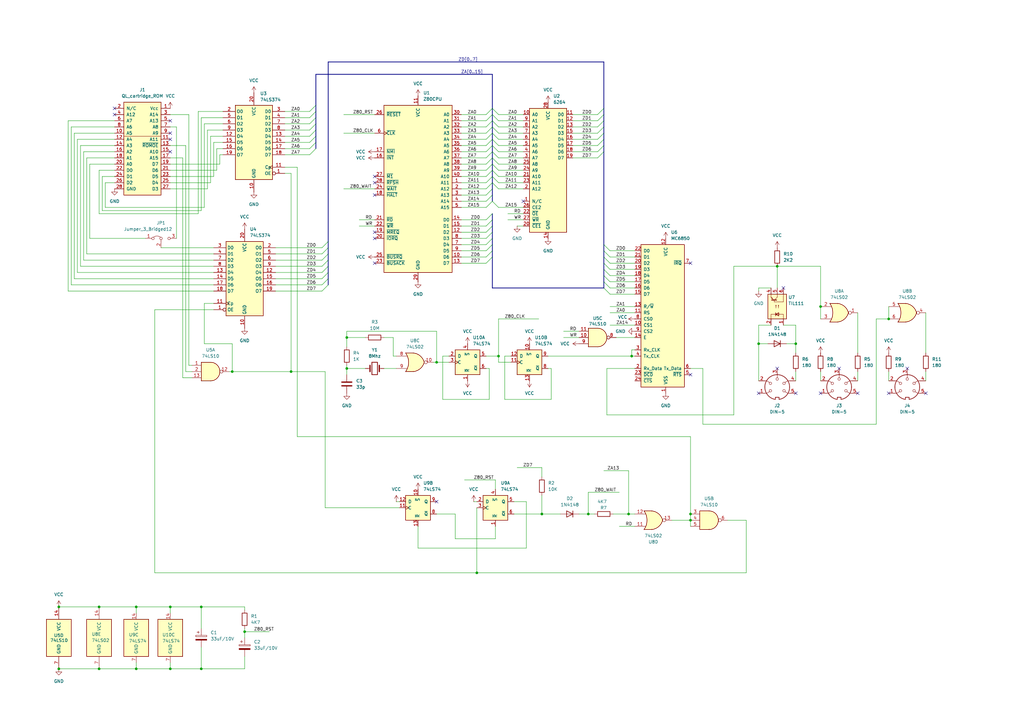
<source format=kicad_sch>
(kicad_sch (version 20250114) (generator "eeschema") (generator_version "9.0")
  (paper "A3")
  (title_block (title "Miracle QL MIDI Interface V3") (date "2025-07-24") (rev "0.0") (company "reverse enginered by Alvaro Alea"))
  (junction (at 142.24 151.13))
  (junction (at 142.24 138.43))
  (junction (at 55.88 248.92))
  (junction (at 100.33 259.08))
  (junction (at 24.13 274.32))
  (junction (at 119.38 152.4))
  (junction (at 40.64 274.32))
  (junction (at 179.07 148.59))
  (junction (at 40.64 248.92))
  (junction (at 69.85 274.32))
  (junction (at 24.13 248.92))
  (junction (at 311.15 140.97))
  (junction (at 326.39 140.97))
  (junction (at 283.21 213.36))
  (junction (at 364.49 130.81))
  (junction (at 82.55 248.92))
  (junction (at 283.21 210.82))
  (junction (at 82.55 274.32))
  (junction (at 259.08 146.05))
  (junction (at 95.25 152.4))
  (junction (at 336.55 125.73))
  (junction (at 222.25 210.82))
  (junction (at 204.47 146.05))
  (junction (at 69.85 248.92))
  (junction (at 318.77 109.22))
  (junction (at 241.3 210.82))
  (junction (at 257.81 210.82))
  (junction (at 195.58 234.95))
  (junction (at 55.88 274.32))
  (no_connect (at 372.11 151.13))
  (no_connect (at 283.21 153.67))
  (no_connect (at 153.67 80.01))
  (no_connect (at 214.63 82.55))
  (no_connect (at 46.99 46.99))
  (no_connect (at 69.85 49.53))
  (no_connect (at 153.67 72.39))
  (no_connect (at 153.67 74.93))
  (no_connect (at 326.39 161.29))
  (no_connect (at 311.15 161.29))
  (no_connect (at 69.85 57.15))
  (no_connect (at 364.49 161.29))
  (no_connect (at 153.67 95.25))
  (no_connect (at 153.67 97.79))
  (no_connect (at 69.85 54.61))
  (no_connect (at 46.99 44.45))
  (no_connect (at 283.21 107.95))
  (no_connect (at 336.55 161.29))
  (no_connect (at 153.67 107.95))
  (no_connect (at 318.77 151.13))
  (no_connect (at 351.79 161.29))
  (no_connect (at 379.73 161.29))
  (no_connect (at 69.85 62.23))
  (no_connect (at 321.31 118.11))
  (no_connect (at 179.07 205.74))
  (no_connect (at 344.17 151.13))
  (bus_entry (at 201.93 46.99) (size -2.54 2.54))
  (bus_entry (at 247.65 115.57) (size 2.54 2.54))
  (bus_entry (at 134.62 106.68) (size -2.54 2.54))
  (bus_entry (at 201.93 44.45) (size 2.54 2.54))
  (bus_entry (at 247.65 59.69) (size -2.54 2.54))
  (bus_entry (at 201.93 64.77) (size 2.54 2.54))
  (bus_entry (at 201.93 52.07) (size 2.54 2.54))
  (bus_entry (at 247.65 49.53) (size -2.54 2.54))
  (bus_entry (at 201.93 74.93) (size -2.54 2.54))
  (bus_entry (at 201.93 87.63) (size -2.54 2.54))
  (bus_entry (at 201.93 57.15) (size 2.54 2.54))
  (bus_entry (at 134.62 116.84) (size -2.54 2.54))
  (bus_entry (at 201.93 82.55) (size -2.54 2.54))
  (bus_entry (at 201.93 90.17) (size -2.54 2.54))
  (bus_entry (at 201.93 69.85) (size 2.54 2.54))
  (bus_entry (at 201.93 52.07) (size -2.54 2.54))
  (bus_entry (at 247.65 113.03) (size 2.54 2.54))
  (bus_entry (at 129.54 48.26) (size -2.54 2.54))
  (bus_entry (at 247.65 107.95) (size 2.54 2.54))
  (bus_entry (at 201.93 69.85) (size -2.54 2.54))
  (bus_entry (at 201.93 62.23) (size 2.54 2.54))
  (bus_entry (at 201.93 82.55) (size 2.54 2.54))
  (bus_entry (at 201.93 64.77) (size -2.54 2.54))
  (bus_entry (at 247.65 52.07) (size -2.54 2.54))
  (bus_entry (at 134.62 101.6) (size -2.54 2.54))
  (bus_entry (at 201.93 105.41) (size -2.54 2.54))
  (bus_entry (at 247.65 102.87) (size 2.54 2.54))
  (bus_entry (at 201.93 44.45) (size -2.54 2.54))
  (bus_entry (at 201.93 102.87) (size -2.54 2.54))
  (bus_entry (at 134.62 114.3) (size -2.54 2.54))
  (bus_entry (at 201.93 72.39) (size -2.54 2.54))
  (bus_entry (at 201.93 62.23) (size -2.54 2.54))
  (bus_entry (at 247.65 54.61) (size -2.54 2.54))
  (bus_entry (at 134.62 111.76) (size -2.54 2.54))
  (bus_entry (at 129.54 50.8) (size -2.54 2.54))
  (bus_entry (at 201.93 67.31) (size 2.54 2.54))
  (bus_entry (at 201.93 49.53) (size -2.54 2.54))
  (bus_entry (at 247.65 62.23) (size -2.54 2.54))
  (bus_entry (at 134.62 104.14) (size -2.54 2.54))
  (bus_entry (at 201.93 72.39) (size 2.54 2.54))
  (bus_entry (at 129.54 60.96) (size -2.54 2.54))
  (bus_entry (at 247.65 110.49) (size 2.54 2.54))
  (bus_entry (at 201.93 92.71) (size -2.54 2.54))
  (bus_entry (at 247.65 46.99) (size -2.54 2.54))
  (bus_entry (at 129.54 43.18) (size -2.54 2.54))
  (bus_entry (at 201.93 95.25) (size -2.54 2.54))
  (bus_entry (at 201.93 77.47) (size -2.54 2.54))
  (bus_entry (at 201.93 54.61) (size -2.54 2.54))
  (bus_entry (at 201.93 80.01) (size -2.54 2.54))
  (bus_entry (at 129.54 58.42) (size -2.54 2.54))
  (bus_entry (at 134.62 109.22) (size -2.54 2.54))
  (bus_entry (at 201.93 46.99) (size 2.54 2.54))
  (bus_entry (at 247.65 57.15) (size -2.54 2.54))
  (bus_entry (at 201.93 74.93) (size 2.54 2.54))
  (bus_entry (at 201.93 49.53) (size 2.54 2.54))
  (bus_entry (at 129.54 55.88) (size -2.54 2.54))
  (bus_entry (at 247.65 105.41) (size 2.54 2.54))
  (bus_entry (at 201.93 59.69) (size 2.54 2.54))
  (bus_entry (at 129.54 53.34) (size -2.54 2.54))
  (bus_entry (at 201.93 54.61) (size 2.54 2.54))
  (bus_entry (at 134.62 99.06) (size -2.54 2.54))
  (bus_entry (at 247.65 100.33) (size 2.54 2.54))
  (bus_entry (at 201.93 100.33) (size -2.54 2.54))
  (bus_entry (at 247.65 44.45) (size -2.54 2.54))
  (bus_entry (at 247.65 118.11) (size 2.54 2.54))
  (bus_entry (at 201.93 59.69) (size -2.54 2.54))
  (bus_entry (at 201.93 67.31) (size -2.54 2.54))
  (bus_entry (at 201.93 57.15) (size -2.54 2.54))
  (bus_entry (at 201.93 97.79) (size -2.54 2.54))
  (bus_entry (at 129.54 45.72) (size -2.54 2.54))
  (wire (pts (xy 226.06 163.83) (xy 226.06 151.13)))
  (wire (pts (xy 222.25 210.82) (xy 229.87 210.82)))
  (wire (pts (xy 116.84 53.34) (xy 127 53.34)))
  (bus (pts (xy 247.65 62.23) (xy 247.65 100.33)))
  (wire (pts (xy 214.63 74.93) (xy 204.47 74.93)))
  (bus (pts (xy 201.93 46.99) (xy 201.93 49.53)))
  (wire (pts (xy 260.35 113.03) (xy 250.19 113.03)))
  (wire (pts (xy 77.47 149.86) (xy 78.74 149.86)))
  (bus (pts (xy 129.54 30.48) (xy 129.54 43.18)))
  (bus (pts (xy 201.93 90.17) (xy 201.93 92.71)))
  (wire (pts (xy 288.29 151.13) (xy 283.21 151.13)))
  (wire (pts (xy 326.39 140.97) (xy 322.58 140.97)))
  (wire (pts (xy 336.55 125.73) (xy 336.55 109.22)))
  (wire (pts (xy 208.28 87.63) (xy 214.63 87.63)))
  (wire (pts (xy 215.9 205.74) (xy 215.9 224.79)))
  (wire (pts (xy 87.63 116.84) (xy 29.21 116.84)))
  (wire (pts (xy 27.94 49.53) (xy 46.99 49.53)))
  (wire (pts (xy 113.03 111.76) (xy 132.08 111.76)))
  (wire (pts (xy 69.85 59.69) (xy 76.2 59.69)))
  (wire (pts (xy 93.98 152.4) (xy 95.25 152.4)))
  (wire (pts (xy 248.92 170.18) (xy 300.99 170.18)))
  (wire (pts (xy 260.35 107.95) (xy 250.19 107.95)))
  (wire (pts (xy 250.19 133.35) (xy 260.35 133.35)))
  (wire (pts (xy 316.23 118.11) (xy 311.15 118.11)))
  (bus (pts (xy 201.93 80.01) (xy 201.93 82.55)))
  (wire (pts (xy 300.99 170.18) (xy 300.99 109.22)))
  (wire (pts (xy 298.45 213.36) (xy 306.07 213.36)))
  (bus (pts (xy 134.62 106.68) (xy 134.62 104.14)))
  (bus (pts (xy 247.65 118.11) (xy 247.65 115.57)))
  (bus (pts (xy 201.93 49.53) (xy 201.93 52.07)))
  (wire (pts (xy 83.82 124.46) (xy 87.63 124.46)))
  (wire (pts (xy 179.07 148.59) (xy 184.15 148.59)))
  (wire (pts (xy 260.35 110.49) (xy 250.19 110.49)))
  (wire (pts (xy 226.06 151.13) (xy 224.79 151.13)))
  (wire (pts (xy 189.23 62.23) (xy 199.39 62.23)))
  (wire (pts (xy 142.24 149.86) (xy 142.24 151.13)))
  (wire (pts (xy 24.13 248.92) (xy 40.64 248.92)))
  (wire (pts (xy 88.9 69.85) (xy 88.9 60.96)))
  (wire (pts (xy 69.85 64.77) (xy 74.93 64.77)))
  (bus (pts (xy 134.62 116.84) (xy 134.62 114.3)))
  (wire (pts (xy 142.24 138.43) (xy 142.24 135.89)))
  (wire (pts (xy 63.5 127) (xy 87.63 127)))
  (wire (pts (xy 55.88 274.32) (xy 69.85 274.32)))
  (wire (pts (xy 82.55 265.43) (xy 82.55 274.32)))
  (wire (pts (xy 300.99 109.22) (xy 318.77 109.22)))
  (bus (pts (xy 247.65 113.03) (xy 247.65 110.49)))
  (wire (pts (xy 69.85 74.93) (xy 86.36 74.93)))
  (wire (pts (xy 214.63 57.15) (xy 204.47 57.15)))
  (wire (pts (xy 283.21 210.82) (xy 283.21 213.36)))
  (wire (pts (xy 311.15 140.97) (xy 311.15 133.35)))
  (bus (pts (xy 129.54 43.18) (xy 129.54 45.72)))
  (wire (pts (xy 69.85 46.99) (xy 77.47 46.99)))
  (wire (pts (xy 259.08 146.05) (xy 260.35 146.05)))
  (wire (pts (xy 85.09 53.34) (xy 91.44 53.34)))
  (wire (pts (xy 250.19 128.27) (xy 260.35 128.27)))
  (wire (pts (xy 121.92 68.58) (xy 116.84 68.58)))
  (wire (pts (xy 189.23 54.61) (xy 199.39 54.61)))
  (wire (pts (xy 200.66 163.83) (xy 200.66 151.13)))
  (wire (pts (xy 69.85 52.07) (xy 72.39 52.07)))
  (wire (pts (xy 46.99 69.85) (xy 40.64 69.85)))
  (wire (pts (xy 283.21 213.36) (xy 283.21 215.9)))
  (bus (pts (xy 129.54 48.26) (xy 129.54 50.8)))
  (wire (pts (xy 72.39 52.07) (xy 72.39 97.79)))
  (wire (pts (xy 189.23 82.55) (xy 199.39 82.55)))
  (wire (pts (xy 351.79 128.27) (xy 351.79 144.78)))
  (wire (pts (xy 100.33 259.08) (xy 110.49 259.08)))
  (wire (pts (xy 46.99 72.39) (xy 41.91 72.39)))
  (bus (pts (xy 247.65 54.61) (xy 247.65 57.15)))
  (wire (pts (xy 214.63 46.99) (xy 204.47 46.99)))
  (wire (pts (xy 69.85 77.47) (xy 85.09 77.47)))
  (bus (pts (xy 134.62 111.76) (xy 134.62 109.22)))
  (wire (pts (xy 86.36 74.93) (xy 86.36 55.88)))
  (wire (pts (xy 149.86 138.43) (xy 142.24 138.43)))
  (wire (pts (xy 30.48 114.3) (xy 30.48 54.61)))
  (bus (pts (xy 201.93 57.15) (xy 201.93 59.69)))
  (wire (pts (xy 140.97 77.47) (xy 153.67 77.47)))
  (wire (pts (xy 311.15 133.35) (xy 316.23 133.35)))
  (wire (pts (xy 113.03 109.22) (xy 132.08 109.22)))
  (wire (pts (xy 113.03 104.14) (xy 132.08 104.14)))
  (wire (pts (xy 214.63 49.53) (xy 204.47 49.53)))
  (wire (pts (xy 207.01 146.05) (xy 207.01 163.83)))
  (wire (pts (xy 224.79 146.05) (xy 259.08 146.05)))
  (wire (pts (xy 162.56 146.05) (xy 161.29 146.05)))
  (wire (pts (xy 40.64 248.92) (xy 55.88 248.92)))
  (bus (pts (xy 129.54 53.34) (xy 129.54 55.88)))
  (wire (pts (xy 171.45 215.9) (xy 171.45 224.79)))
  (wire (pts (xy 69.85 271.78) (xy 69.85 274.32)))
  (wire (pts (xy 241.3 201.93) (xy 254 201.93)))
  (wire (pts (xy 364.49 152.4) (xy 364.49 156.21)))
  (wire (pts (xy 189.23 74.93) (xy 199.39 74.93)))
  (wire (pts (xy 69.85 72.39) (xy 87.63 72.39)))
  (wire (pts (xy 189.23 64.77) (xy 199.39 64.77)))
  (wire (pts (xy 234.95 62.23) (xy 245.11 62.23)))
  (wire (pts (xy 142.24 151.13) (xy 142.24 153.67)))
  (wire (pts (xy 116.84 48.26) (xy 127 48.26)))
  (wire (pts (xy 189.23 97.79) (xy 199.39 97.79)))
  (wire (pts (xy 74.93 154.94) (xy 78.74 154.94)))
  (wire (pts (xy 133.35 208.28) (xy 163.83 208.28)))
  (wire (pts (xy 364.49 125.73) (xy 364.49 130.81)))
  (wire (pts (xy 63.5 234.95) (xy 195.58 234.95)))
  (wire (pts (xy 27.94 119.38) (xy 27.94 49.53)))
  (wire (pts (xy 326.39 152.4) (xy 326.39 156.21)))
  (bus (pts (xy 201.93 95.25) (xy 201.93 97.79)))
  (wire (pts (xy 336.55 125.73) (xy 336.55 130.81)))
  (wire (pts (xy 189.23 90.17) (xy 199.39 90.17)))
  (bus (pts (xy 247.65 49.53) (xy 247.65 52.07)))
  (wire (pts (xy 189.23 49.53) (xy 199.39 49.53)))
  (wire (pts (xy 116.84 60.96) (xy 127 60.96)))
  (wire (pts (xy 33.02 109.22) (xy 33.02 59.69)))
  (wire (pts (xy 364.49 130.81) (xy 359.41 130.81)))
  (bus (pts (xy 201.93 54.61) (xy 201.93 57.15)))
  (bus (pts (xy 129.54 58.42) (xy 129.54 60.96)))
  (wire (pts (xy 260.35 115.57) (xy 250.19 115.57)))
  (wire (pts (xy 209.55 146.05) (xy 207.01 146.05)))
  (wire (pts (xy 181.61 163.83) (xy 200.66 163.83)))
  (wire (pts (xy 250.19 125.73) (xy 260.35 125.73)))
  (wire (pts (xy 260.35 102.87) (xy 250.19 102.87)))
  (wire (pts (xy 189.23 72.39) (xy 199.39 72.39)))
  (wire (pts (xy 87.63 72.39) (xy 87.63 58.42)))
  (wire (pts (xy 231.14 138.43) (xy 237.49 138.43)))
  (bus (pts (xy 201.93 44.45) (xy 201.93 46.99)))
  (wire (pts (xy 379.73 128.27) (xy 379.73 144.78)))
  (wire (pts (xy 116.84 55.88) (xy 127 55.88)))
  (wire (pts (xy 147.32 90.17) (xy 153.67 90.17)))
  (bus (pts (xy 247.65 52.07) (xy 247.65 54.61)))
  (wire (pts (xy 259.08 143.51) (xy 259.08 146.05)))
  (wire (pts (xy 189.23 102.87) (xy 199.39 102.87)))
  (wire (pts (xy 35.56 104.14) (xy 35.56 64.77)))
  (wire (pts (xy 113.03 101.6) (xy 132.08 101.6)))
  (wire (pts (xy 254 215.9) (xy 260.35 215.9)))
  (wire (pts (xy 177.8 148.59) (xy 179.07 148.59)))
  (wire (pts (xy 119.38 71.12) (xy 116.84 71.12)))
  (wire (pts (xy 203.2 220.98) (xy 203.2 215.9)))
  (wire (pts (xy 77.47 46.99) (xy 77.47 149.86)))
  (wire (pts (xy 82.55 257.81) (xy 82.55 248.92)))
  (wire (pts (xy 311.15 156.21) (xy 311.15 140.97)))
  (wire (pts (xy 379.73 152.4) (xy 379.73 156.21)))
  (bus (pts (xy 247.65 57.15) (xy 247.65 59.69)))
  (wire (pts (xy 283.21 179.07) (xy 283.21 210.82)))
  (wire (pts (xy 189.23 67.31) (xy 199.39 67.31)))
  (wire (pts (xy 43.18 74.93) (xy 43.18 85.09)))
  (wire (pts (xy 222.25 191.77) (xy 222.25 195.58)))
  (wire (pts (xy 214.63 62.23) (xy 204.47 62.23)))
  (wire (pts (xy 113.03 116.84) (xy 132.08 116.84)))
  (wire (pts (xy 189.23 107.95) (xy 199.39 107.95)))
  (wire (pts (xy 212.09 92.71) (xy 214.63 92.71)))
  (bus (pts (xy 201.93 102.87) (xy 201.93 105.41)))
  (wire (pts (xy 63.5 234.95) (xy 63.5 127)))
  (wire (pts (xy 29.21 52.07) (xy 46.99 52.07)))
  (wire (pts (xy 90.17 63.5) (xy 90.17 67.31)))
  (wire (pts (xy 251.46 210.82) (xy 257.81 210.82)))
  (wire (pts (xy 86.36 55.88) (xy 91.44 55.88)))
  (wire (pts (xy 81.28 87.63) (xy 81.28 45.72)))
  (wire (pts (xy 181.61 146.05) (xy 181.61 163.83)))
  (wire (pts (xy 204.47 148.59) (xy 209.55 148.59)))
  (wire (pts (xy 248.92 151.13) (xy 248.92 170.18)))
  (wire (pts (xy 326.39 133.35) (xy 326.39 140.97)))
  (wire (pts (xy 34.29 62.23) (xy 46.99 62.23)))
  (wire (pts (xy 69.85 274.32) (xy 82.55 274.32)))
  (wire (pts (xy 100.33 257.81) (xy 100.33 259.08)))
  (wire (pts (xy 260.35 120.65) (xy 250.19 120.65)))
  (wire (pts (xy 142.24 138.43) (xy 142.24 142.24)))
  (wire (pts (xy 326.39 144.78) (xy 326.39 140.97)))
  (wire (pts (xy 260.35 105.41) (xy 250.19 105.41)))
  (bus (pts (xy 201.93 92.71) (xy 201.93 95.25)))
  (wire (pts (xy 214.63 85.09) (xy 204.47 85.09)))
  (wire (pts (xy 100.33 250.19) (xy 100.33 248.92)))
  (wire (pts (xy 351.79 152.4) (xy 351.79 156.21)))
  (wire (pts (xy 113.03 114.3) (xy 132.08 114.3)))
  (wire (pts (xy 189.23 77.47) (xy 199.39 77.47)))
  (bus (pts (xy 247.65 107.95) (xy 247.65 105.41)))
  (wire (pts (xy 81.28 45.72) (xy 91.44 45.72)))
  (wire (pts (xy 306.07 213.36) (xy 306.07 234.95)))
  (wire (pts (xy 189.23 85.09) (xy 199.39 85.09)))
  (wire (pts (xy 204.47 130.81) (xy 220.98 130.81)))
  (wire (pts (xy 87.63 58.42) (xy 91.44 58.42)))
  (wire (pts (xy 74.93 64.77) (xy 74.93 154.94)))
  (wire (pts (xy 241.3 201.93) (xy 241.3 210.82)))
  (wire (pts (xy 82.55 248.92) (xy 100.33 248.92)))
  (bus (pts (xy 201.93 72.39) (xy 201.93 74.93)))
  (wire (pts (xy 189.23 52.07) (xy 199.39 52.07)))
  (wire (pts (xy 210.82 205.74) (xy 215.9 205.74)))
  (wire (pts (xy 82.55 274.32) (xy 100.33 274.32)))
  (wire (pts (xy 87.63 109.22) (xy 33.02 109.22)))
  (wire (pts (xy 82.55 248.92) (xy 69.85 248.92)))
  (wire (pts (xy 133.35 152.4) (xy 133.35 208.28)))
  (wire (pts (xy 234.95 46.99) (xy 245.11 46.99)))
  (wire (pts (xy 87.63 111.76) (xy 31.75 111.76)))
  (bus (pts (xy 247.65 44.45) (xy 247.65 46.99)))
  (wire (pts (xy 95.25 140.97) (xy 83.82 140.97)))
  (wire (pts (xy 179.07 135.89) (xy 179.07 148.59)))
  (wire (pts (xy 194.31 205.74) (xy 195.58 205.74)))
  (bus (pts (xy 134.62 114.3) (xy 134.62 111.76)))
  (bus (pts (xy 247.65 46.99) (xy 247.65 49.53)))
  (wire (pts (xy 30.48 54.61) (xy 46.99 54.61)))
  (wire (pts (xy 83.82 50.8) (xy 91.44 50.8)))
  (wire (pts (xy 275.59 213.36) (xy 283.21 213.36)))
  (wire (pts (xy 234.95 57.15) (xy 245.11 57.15)))
  (wire (pts (xy 257.81 193.04) (xy 257.81 210.82)))
  (wire (pts (xy 234.95 59.69) (xy 245.11 59.69)))
  (wire (pts (xy 257.81 193.04) (xy 247.65 193.04)))
  (wire (pts (xy 149.86 151.13) (xy 142.24 151.13)))
  (wire (pts (xy 186.69 210.82) (xy 186.69 220.98)))
  (wire (pts (xy 100.33 259.08) (xy 100.33 261.62)))
  (wire (pts (xy 36.83 97.79) (xy 59.69 97.79)))
  (wire (pts (xy 55.88 248.92) (xy 69.85 248.92)))
  (bus (pts (xy 129.54 30.48) (xy 201.93 30.48)))
  (wire (pts (xy 186.69 220.98) (xy 203.2 220.98)))
  (wire (pts (xy 87.63 119.38) (xy 27.94 119.38)))
  (wire (pts (xy 189.23 80.01) (xy 199.39 80.01)))
  (wire (pts (xy 36.83 67.31) (xy 36.83 97.79)))
  (wire (pts (xy 116.84 50.8) (xy 127 50.8)))
  (wire (pts (xy 207.01 163.83) (xy 226.06 163.83)))
  (wire (pts (xy 214.63 77.47) (xy 204.47 77.47)))
  (wire (pts (xy 195.58 234.95) (xy 306.07 234.95)))
  (wire (pts (xy 35.56 64.77) (xy 46.99 64.77)))
  (wire (pts (xy 142.24 135.89) (xy 179.07 135.89)))
  (wire (pts (xy 179.07 210.82) (xy 186.69 210.82)))
  (wire (pts (xy 190.5 196.85) (xy 203.2 196.85)))
  (wire (pts (xy 189.23 46.99) (xy 199.39 46.99)))
  (wire (pts (xy 359.41 130.81) (xy 359.41 173.99)))
  (bus (pts (xy 129.54 50.8) (xy 129.54 53.34)))
  (wire (pts (xy 29.21 116.84) (xy 29.21 52.07)))
  (wire (pts (xy 121.92 179.07) (xy 121.92 68.58)))
  (bus (pts (xy 134.62 109.22) (xy 134.62 106.68)))
  (wire (pts (xy 140.97 46.99) (xy 153.67 46.99)))
  (wire (pts (xy 55.88 274.32) (xy 40.64 274.32)))
  (wire (pts (xy 83.82 140.97) (xy 83.82 124.46)))
  (bus (pts (xy 201.93 44.45) (xy 201.93 30.48)))
  (bus (pts (xy 201.93 59.69) (xy 201.93 62.23)))
  (wire (pts (xy 162.56 205.74) (xy 163.83 205.74)))
  (wire (pts (xy 234.95 49.53) (xy 245.11 49.53)))
  (bus (pts (xy 247.65 105.41) (xy 247.65 102.87)))
  (bus (pts (xy 201.93 105.41) (xy 201.93 118.11)))
  (wire (pts (xy 234.95 64.77) (xy 245.11 64.77)))
  (wire (pts (xy 161.29 146.05) (xy 161.29 138.43)))
  (bus (pts (xy 201.93 52.07) (xy 201.93 54.61)))
  (wire (pts (xy 283.21 179.07) (xy 121.92 179.07)))
  (wire (pts (xy 87.63 106.68) (xy 34.29 106.68)))
  (wire (pts (xy 204.47 146.05) (xy 204.47 130.81)))
  (wire (pts (xy 83.82 85.09) (xy 83.82 50.8)))
  (wire (pts (xy 55.88 248.92) (xy 55.88 251.46)))
  (wire (pts (xy 260.35 143.51) (xy 259.08 143.51)))
  (wire (pts (xy 31.75 57.15) (xy 46.99 57.15)))
  (wire (pts (xy 257.81 210.82) (xy 260.35 210.82)))
  (wire (pts (xy 189.23 95.25) (xy 199.39 95.25)))
  (wire (pts (xy 234.95 54.61) (xy 245.11 54.61)))
  (wire (pts (xy 31.75 111.76) (xy 31.75 57.15)))
  (wire (pts (xy 119.38 152.4) (xy 133.35 152.4)))
  (wire (pts (xy 34.29 106.68) (xy 34.29 62.23)))
  (bus (pts (xy 247.65 110.49) (xy 247.65 107.95)))
  (wire (pts (xy 87.63 104.14) (xy 35.56 104.14)))
  (bus (pts (xy 129.54 55.88) (xy 129.54 58.42)))
  (wire (pts (xy 260.35 118.11) (xy 250.19 118.11)))
  (wire (pts (xy 214.63 64.77) (xy 204.47 64.77)))
  (wire (pts (xy 69.85 67.31) (xy 90.17 67.31)))
  (wire (pts (xy 88.9 60.96) (xy 91.44 60.96)))
  (wire (pts (xy 116.84 45.72) (xy 127 45.72)))
  (wire (pts (xy 222.25 191.77) (xy 212.09 191.77)))
  (bus (pts (xy 201.93 118.11) (xy 247.65 118.11)))
  (wire (pts (xy 95.25 152.4) (xy 119.38 152.4)))
  (bus (pts (xy 201.93 62.23) (xy 201.93 64.77)))
  (wire (pts (xy 66.04 101.6) (xy 87.63 101.6)))
  (wire (pts (xy 157.48 151.13) (xy 162.56 151.13)))
  (wire (pts (xy 336.55 152.4) (xy 336.55 156.21)))
  (wire (pts (xy 237.49 210.82) (xy 241.3 210.82)))
  (wire (pts (xy 91.44 63.5) (xy 90.17 63.5)))
  (wire (pts (xy 82.55 48.26) (xy 91.44 48.26)))
  (wire (pts (xy 241.3 210.82) (xy 243.84 210.82)))
  (wire (pts (xy 321.31 133.35) (xy 326.39 133.35)))
  (wire (pts (xy 252.73 138.43) (xy 260.35 138.43)))
  (bus (pts (xy 201.93 87.63) (xy 201.93 90.17)))
  (wire (pts (xy 214.63 52.07) (xy 204.47 52.07)))
  (wire (pts (xy 161.29 138.43) (xy 157.48 138.43)))
  (wire (pts (xy 210.82 210.82) (xy 222.25 210.82)))
  (wire (pts (xy 69.85 251.46) (xy 69.85 248.92)))
  (wire (pts (xy 200.66 151.13) (xy 199.39 151.13)))
  (wire (pts (xy 113.03 106.68) (xy 132.08 106.68)))
  (bus (pts (xy 201.93 69.85) (xy 201.93 72.39)))
  (wire (pts (xy 43.18 85.09) (xy 83.82 85.09)))
  (wire (pts (xy 222.25 203.2) (xy 222.25 210.82)))
  (bus (pts (xy 201.93 77.47) (xy 201.93 80.01)))
  (wire (pts (xy 184.15 146.05) (xy 181.61 146.05)))
  (wire (pts (xy 82.55 86.36) (xy 82.55 48.26)))
  (wire (pts (xy 336.55 109.22) (xy 318.77 109.22)))
  (wire (pts (xy 46.99 67.31) (xy 36.83 67.31)))
  (wire (pts (xy 214.63 59.69) (xy 204.47 59.69)))
  (wire (pts (xy 214.63 54.61) (xy 204.47 54.61)))
  (wire (pts (xy 55.88 271.78) (xy 55.88 274.32)))
  (wire (pts (xy 116.84 58.42) (xy 127 58.42)))
  (bus (pts (xy 134.62 25.4) (xy 247.65 25.4)))
  (bus (pts (xy 134.62 25.4) (xy 134.62 99.06)))
  (wire (pts (xy 359.41 173.99) (xy 288.29 173.99)))
  (wire (pts (xy 189.23 100.33) (xy 199.39 100.33)))
  (bus (pts (xy 201.93 64.77) (xy 201.93 67.31)))
  (wire (pts (xy 231.14 135.89) (xy 237.49 135.89)))
  (wire (pts (xy 24.13 274.32) (xy 40.64 274.32)))
  (wire (pts (xy 116.84 63.5) (xy 127 63.5)))
  (wire (pts (xy 189.23 105.41) (xy 199.39 105.41)))
  (wire (pts (xy 260.35 151.13) (xy 248.92 151.13)))
  (wire (pts (xy 40.64 69.85) (xy 40.64 87.63)))
  (wire (pts (xy 33.02 59.69) (xy 46.99 59.69)))
  (wire (pts (xy 41.91 86.36) (xy 82.55 86.36)))
  (wire (pts (xy 119.38 152.4) (xy 119.38 71.12)))
  (wire (pts (xy 40.64 87.63) (xy 81.28 87.63)))
  (wire (pts (xy 189.23 92.71) (xy 199.39 92.71)))
  (bus (pts (xy 247.65 59.69) (xy 247.65 62.23)))
  (wire (pts (xy 85.09 77.47) (xy 85.09 53.34)))
  (bus (pts (xy 134.62 101.6) (xy 134.62 99.06)))
  (bus (pts (xy 247.65 25.4) (xy 247.65 44.45)))
  (wire (pts (xy 189.23 69.85) (xy 199.39 69.85)))
  (wire (pts (xy 46.99 74.93) (xy 43.18 74.93)))
  (wire (pts (xy 214.63 67.31) (xy 204.47 67.31)))
  (wire (pts (xy 195.58 234.95) (xy 195.58 208.28)))
  (wire (pts (xy 311.15 140.97) (xy 314.96 140.97)))
  (wire (pts (xy 87.63 114.3) (xy 30.48 114.3)))
  (wire (pts (xy 100.33 269.24) (xy 100.33 274.32)))
  (wire (pts (xy 234.95 52.07) (xy 245.11 52.07)))
  (wire (pts (xy 41.91 72.39) (xy 41.91 86.36)))
  (wire (pts (xy 76.2 59.69) (xy 76.2 152.4)))
  (bus (pts (xy 201.93 97.79) (xy 201.93 100.33)))
  (bus (pts (xy 201.93 67.31) (xy 201.93 69.85)))
  (wire (pts (xy 189.23 57.15) (xy 199.39 57.15)))
  (bus (pts (xy 129.54 45.72) (xy 129.54 48.26)))
  (wire (pts (xy 76.2 152.4) (xy 78.74 152.4)))
  (wire (pts (xy 113.03 119.38) (xy 132.08 119.38)))
  (bus (pts (xy 201.93 100.33) (xy 201.93 102.87)))
  (bus (pts (xy 247.65 102.87) (xy 247.65 100.33)))
  (wire (pts (xy 214.63 69.85) (xy 204.47 69.85)))
  (wire (pts (xy 311.15 118.11) (xy 311.15 119.38)))
  (wire (pts (xy 199.39 146.05) (xy 204.47 146.05)))
  (bus (pts (xy 247.65 115.57) (xy 247.65 113.03)))
  (wire (pts (xy 147.32 92.71) (xy 153.67 92.71)))
  (wire (pts (xy 215.9 224.79) (xy 171.45 224.79)))
  (wire (pts (xy 69.85 69.85) (xy 88.9 69.85)))
  (bus (pts (xy 201.93 74.93) (xy 201.93 77.47)))
  (wire (pts (xy 288.29 173.99) (xy 288.29 151.13)))
  (wire (pts (xy 189.23 59.69) (xy 199.39 59.69)))
  (bus (pts (xy 134.62 104.14) (xy 134.62 101.6)))
  (wire (pts (xy 140.97 54.61) (xy 153.67 54.61)))
  (wire (pts (xy 318.77 109.22) (xy 318.77 118.11)))
  (wire (pts (xy 208.28 90.17) (xy 214.63 90.17)))
  (wire (pts (xy 204.47 146.05) (xy 204.47 148.59)))
  (wire (pts (xy 95.25 152.4) (xy 95.25 140.97)))
  (wire (pts (xy 214.63 72.39) (xy 204.47 72.39)))
  (wire (pts (xy 203.2 200.66) (xy 203.2 196.85)))
  (label "ZA5" (at 119.38 58.42 0))
  (label "ZA3" (at 191.77 54.61 0))
  (label "ZA2" (at 119.38 50.8 0))
  (label "WR" (at 210.82 90.17 0))
  (label "ZA4" (at 191.77 57.15 0))
  (label "ZA10" (at 212.09 72.39 180))
  (label "ZA2" (at 191.77 52.07 0))
  (label "ZD5" (at 238.76 59.69 0))
  (label "ZD3" (at 256.54 110.49 180))
  (label "ZD[0..7]" (at 187.96 25.4 0))
  (label "ZA6" (at 212.09 62.23 180))
  (label "ZD6" (at 256.54 118.11 180))
  (label "ZD7" (at 125.73 119.38 0))
  (label "ZD3" (at 238.76 54.61 0))
  (label "Z80_RST" (at 104.14 259.08 0))
  (label "ZA7" (at 119.38 63.5 0))
  (label "ZD5" (at 256.54 115.57 180))
  (label "ZD2" (at 193.04 95.25 0))
  (label "ZD1" (at 238.76 49.53 0))
  (label "ZA7" (at 212.09 64.77 180))
  (label "ZA12" (at 212.09 77.47 180))
  (label "ZA1" (at 191.77 49.53 0))
  (label "WR" (at 233.68 138.43 0))
  (label "ZA13" (at 254 193.04 180))
  (label "ZA8" (at 191.77 67.31 0))
  (label "ZD0" (at 238.76 46.99 0))
  (label "ZA15" (at 191.77 85.09 0))
  (label "Z80_RST" (at 194.31 196.85 0))
  (label "ZD2" (at 125.73 106.68 0))
  (label "Z80_CLK" (at 144.78 54.61 0))
  (label "ZD7" (at 238.76 64.77 0))
  (label "ZA10" (at 191.77 72.39 0))
  (label "ZD6" (at 238.76 62.23 0))
  (label "ZA0" (at 119.38 45.72 0))
  (label "ZA3" (at 212.09 54.61 180))
  (label "ZA4" (at 119.38 55.88 0))
  (label "WR" (at 149.86 92.71 0))
  (label "Z80_CLK" (at 207.01 130.81 0))
  (label "ZA5" (at 191.77 59.69 0))
  (label "ZD7" (at 256.54 120.65 180))
  (label "ZD2" (at 256.54 107.95 180))
  (label "ZD0" (at 125.73 101.6 0))
  (label "ZD4" (at 193.04 100.33 0))
  (label "ZD1" (at 256.54 105.41 180))
  (label "ZA14" (at 252.73 133.35 0))
  (label "ZA1" (at 212.09 49.53 180))
  (label "RD" (at 256.54 215.9 0))
  (label "ZD5" (at 193.04 102.87 0))
  (label "RD" (at 149.86 90.17 0))
  (label "ZA0" (at 212.09 46.99 180))
  (label "ZD3" (at 193.04 97.79 0))
  (label "ZA6" (at 119.38 60.96 0))
  (label "ZD5" (at 125.73 114.3 0))
  (label "ZD6" (at 125.73 116.84 0))
  (label "ZA9" (at 212.09 69.85 180))
  (label "ZD4" (at 256.54 113.03 180))
  (label "ZA9" (at 191.77 69.85 0))
  (label "ZA11" (at 191.77 74.93 0))
  (label "ZA13" (at 191.77 80.01 0))
  (label "ZD4" (at 125.73 111.76 0))
  (label "ZA15" (at 212.09 85.09 180))
  (label "Z80_WAIT" (at 143.51 77.47 0))
  (label "ZD7" (at 193.04 107.95 0))
  (label "ZD0" (at 193.04 90.17 0))
  (label "ZA11" (at 212.09 74.93 180))
  (label "ZA0" (at 252.73 128.27 0))
  (label "ZD0" (at 256.54 102.87 180))
  (label "ZA12" (at 191.77 77.47 0))
  (label "ZD7" (at 218.44 191.77 180))
  (label "ZA7" (at 191.77 64.77 0))
  (label "ZA0" (at 191.77 46.99 0))
  (label "ZD1" (at 193.04 92.71 0))
  (label "ZA6" (at 191.77 62.23 0))
  (label "ZD2" (at 238.76 52.07 0))
  (label "ZD6" (at 193.04 105.41 0))
  (label "ZA5" (at 212.09 59.69 180))
  (label "ZA1" (at 252.73 125.73 0))
  (label "ZA3" (at 119.38 53.34 0))
  (label "ZA14" (at 191.77 82.55 0))
  (label "Z80_RST" (at 144.78 46.99 0))
  (label "ZA1" (at 119.38 48.26 0))
  (label "ZA[0..15]" (at 198.12 30.48 180))
  (label "RD" (at 210.82 87.63 0))
  (label "ZA4" (at 212.09 57.15 180))
  (label "RD" (at 233.68 135.89 0))
  (label "ZA2" (at 212.09 52.07 180))
  (label "ZD1" (at 125.73 104.14 0))
  (label "ZA8" (at 212.09 67.31 180))
  (label "ZD3" (at 125.73 109.22 0))
  (label "Z80_WAIT" (at 243.84 201.93 0))
  (label "ZD4" (at 238.76 57.15 0))
  (symbol (lib_id "power:VCC") (at 191.77 140.97 0) (unit 1)
    (property "Reference" "#PWR020" (effects (hide yes)))
    (property "Value" "VCC" (at 191.77 135.89 0))
    (property "Description" "Power symbol creates a global label with name \"VCC\"" (effects (hide yes)))
  )
  (symbol (lib_id "Device:R") (at 153.67 138.43 90) (unit 1)
    (property "Reference" "R3" (at 153.67 132.08 90))
    (property "Value" "10M" (at 153.67 134.62 90))
    (property "Footprint" "Resistor_THT:R_Axial_DIN0207_L6.3mm_D2.5mm_P10.16mm_Horizontal" (effects (hide yes)))
    (property "Description" "Resistor" (effects (hide yes)))
  )
  (symbol (lib_id "power:GND") (at 46.99 77.47 0) (unit 1)
    (property "Reference" "#PWR06" (effects (hide yes)))
    (property "Value" "GND" (at 46.99 82.55 0))
    (property "Description" "Power symbol creates a global label with name \"GND\" , ground" (effects (hide yes)))
  )
  (symbol (lib_id "Device:C_Polarized") (at 82.55 261.62 0) (unit 1)
    (property "Reference" "C1" (at 86.36 259.4609 0) (effects (justify left)))
    (property "Value" "33uF/10V" (at 86.36 262.0009 0) (effects (justify left)))
    (property "Footprint" "Capacitor_THT:CP_Radial_D5.0mm_P2.50mm" (effects (hide yes)))
    (property "Description" "Polarized capacitor" (effects (hide yes)))
  )
  (symbol (lib_id "power:GND") (at 311.15 119.38 0) (unit 1)
    (property "Reference" "#PWR017" (effects (hide yes)))
    (property "Value" "GND" (at 311.15 124.46 0))
    (property "Description" "Power symbol creates a global label with name \"GND\" , ground" (effects (hide yes)))
  )
  (symbol (lib_id "74xx:74LS74") (at 69.85 261.62 0) (unit 3)
    (property "Reference" "U10" (at 66.548 260.35 0) (effects (justify left)))
    (property "Value" "74LS74" (at 66.548 262.89 0) (effects (justify left)))
    (property "Footprint" "Package_DIP:DIP-14_W7.62mm_Socket_LongPads" (effects (hide yes)))
    (property "Datasheet" "74xx/74hc_hct74.pdf" (effects (hide yes)))
    (property "Description" "Dual D Flip-flop, Set & Reset" (effects (hide yes)))
  )
  (symbol (lib_id "power:GND") (at 212.09 92.71 0) (unit 1)
    (property "Reference" "#PWR028" (effects (hide yes)))
    (property "Value" "GND" (at 212.09 97.79 0))
    (property "Description" "Power symbol creates a global label with name \"GND\" , ground" (effects (hide yes)))
  )
  (symbol (lib_id "CPU:Z80CPU") (at 171.45 77.47 0) (unit 1)
    (property "Reference" "U1" (at 173.5933 38.1 0) (effects (justify left)))
    (property "Value" "Z80CPU" (at 173.5933 40.64 0) (effects (justify left)))
    (property "Footprint" "Package_DIP:DIP-40_W15.24mm_Socket_LongPads" (effects (hide yes)))
    (property "Datasheet" "www.zilog.com/manage_directlink.php?filepath=docs/z80/um0080" (effects (hide yes)))
    (property "Description" "8-bit General Purpose Microprocessor, DIP-40" (effects (hide yes)))
  )
  (symbol (lib_id "74xx:74LS10") (at 24.13 261.62 0) (unit 4)
    (property "Reference" "U5" (at 22.098 260.604 0) (effects (justify left)))
    (property "Value" "74LS10" (at 20.574 262.636 0) (effects (justify left)))
    (property "Footprint" "Package_DIP:DIP-14_W7.62mm_Socket_LongPads" (effects (hide yes)))
    (property "Datasheet" "http://www.ti.com/lit/gpn/sn74LS10" (effects (hide yes)))
    (property "Description" "Triple 3-input NAND" (effects (hide yes)))
  )
  (symbol (lib_id "power:VCC") (at 194.31 205.74 0) (unit 1)
    (property "Reference" "#PWR033" (effects (hide yes)))
    (property "Value" "VCC" (at 194.31 200.66 0))
    (property "Description" "Power symbol creates a global label with name \"VCC\"" (effects (hide yes)))
  )
  (symbol (lib_id "74xx:74LS374") (at 104.14 58.42 0) (mirror y) (unit 1)
    (property "Reference" "U3" (at 106.68 38.354 0) (effects (justify right)))
    (property "Value" "74LS374" (at 106.68 40.894 0) (effects (justify right)))
    (property "Footprint" "Package_DIP:DIP-20_W7.62mm_Socket_LongPads" (effects (hide yes)))
    (property "Datasheet" "http://www.ti.com/lit/gpn/sn74LS374" (effects (hide yes)))
    (property "Description" "8-bit Register, 3-state outputs" (effects (hide yes)))
  )
  (symbol (lib_id "power:VCC") (at 153.67 105.41 90) (unit 1)
    (property "Reference" "#PWR026" (effects (hide yes)))
    (property "Value" "VCC" (at 149.86 105.4099 90) (effects (justify left)))
    (property "Description" "Power symbol creates a global label with name \"VCC\"" (effects (hide yes)))
  )
  (symbol (lib_id "power:GND") (at 260.35 135.89 270) (unit 1)
    (property "Reference" "#PWR030" (effects (hide yes)))
    (property "Value" "GND" (at 256.54 135.8899 90) (effects (justify right)))
    (property "Description" "Power symbol creates a global label with name \"GND\" , ground" (effects (hide yes)))
  )
  (symbol (lib_id "power:VCC") (at 69.85 44.45 0) (unit 1)
    (property "Reference" "#PWR01" (effects (hide yes)))
    (property "Value" "VCC" (at 69.85 39.37 0))
    (property "Description" "Power symbol creates a global label with name \"VCC\"" (effects (hide yes)))
  )
  (symbol (lib_id "8bits:6264") (at 224.79 69.85 0) (unit 1)
    (property "Reference" "U2" (at 226.9333 39.37 0) (effects (justify left)))
    (property "Value" "6264" (at 226.9333 41.91 0) (effects (justify left)))
    (property "Footprint" "Package_DIP:DIP-28_W15.24mm_Socket_LongPads" (effects (hide yes)))
  )
  (symbol (lib_id "power:VCC") (at 171.45 39.37 0) (unit 1)
    (property "Reference" "#PWR03" (effects (hide yes)))
    (property "Value" "VCC" (at 171.45 34.29 0))
    (property "Description" "Power symbol creates a global label with name \"VCC\"" (effects (hide yes)))
  )
  (symbol (lib_id "power:VCC") (at 336.55 144.78 0) (unit 1)
    (property "Reference" "#PWR015" (effects (hide yes)))
    (property "Value" "VCC" (at 336.55 139.7 0))
    (property "Description" "Power symbol creates a global label with name \"VCC\"" (effects (hide yes)))
  )
  (symbol (lib_id "74xx:74LS02") (at 344.17 128.27 0) (unit 1)
    (property "Reference" "U8" (at 344.17 119.38 0))
    (property "Value" "74LS02" (at 344.17 121.92 0))
    (property "Footprint" "Package_DIP:DIP-14_W7.62mm_Socket_LongPads" (effects (hide yes)))
    (property "Datasheet" "http://www.ti.com/lit/gpn/sn74ls02" (effects (hide yes)))
    (property "Description" "quad 2-input NOR gate" (effects (hide yes)))
  )
  (symbol (lib_id "power:VCC") (at 100.33 93.98 0) (unit 1)
    (property "Reference" "#PWR010" (effects (hide yes)))
    (property "Value" "VCC" (at 100.33 88.9 0))
    (property "Description" "Power symbol creates a global label with name \"VCC\"" (effects (hide yes)))
  )
  (symbol (lib_id "74xx:74LS74") (at 191.77 148.59 0) (unit 1)
    (property "Reference" "U10" (at 193.9133 138.43 0) (effects (justify left)))
    (property "Value" "74LS74" (at 193.9133 140.97 0) (effects (justify left)))
    (property "Footprint" "Package_DIP:DIP-14_W7.62mm_Socket_LongPads" (effects (hide yes)))
    (property "Datasheet" "74xx/74hc_hct74.pdf" (effects (hide yes)))
    (property "Description" "Dual D Flip-flop, Set & Reset" (effects (hide yes)))
  )
  (symbol (lib_id "Device:Crystal") (at 153.67 151.13 0) (unit 1)
    (property "Reference" "Y1" (at 153.67 143.51 0))
    (property "Value" "8Mhz" (at 153.67 146.05 0))
    (property "Footprint" "Crystal:Crystal_HC49-U_Vertical" (effects (hide yes)))
    (property "Description" "Two pin crystal" (effects (hide yes)))
  )
  (symbol (lib_id "power:VCC") (at 153.67 64.77 90) (unit 1)
    (property "Reference" "#PWR025" (effects (hide yes)))
    (property "Value" "VCC" (at 149.86 64.7699 90) (effects (justify left)))
    (property "Description" "Power symbol creates a global label with name \"VCC\"" (effects (hide yes)))
  )
  (symbol (lib_id "8bits:QL_cartridge_ROM") (at 57.15 64.77 0) (unit 1)
    (property "Reference" "J1" (at 58.42 36.83 0))
    (property "Value" "QL_cartridge_ROM" (at 58.42 39.37 0))
    (property "Footprint" "8bits:CART_QL_EDGE" (effects (hide yes)))
    (property "Description" "Generic connector, double row, 02x14, odd/even pin numbering scheme (row 1 odd numbers, row 2 even numbers), script generated (kicad-library-utils/schlib/autogen/connector/)" (effects (hide yes)))
  )
  (symbol (lib_id "74xx:74LS74") (at 171.45 208.28 0) (unit 2)
    (property "Reference" "U9" (at 173.5933 198.12 0) (effects (justify left)))
    (property "Value" "74LS74" (at 173.5933 200.66 0) (effects (justify left)))
    (property "Footprint" "Package_DIP:DIP-14_W7.62mm_Socket_LongPads" (effects (hide yes)))
    (property "Datasheet" "74xx/74hc_hct74.pdf" (effects (hide yes)))
    (property "Description" "Dual D Flip-flop, Set & Reset" (effects (hide yes)))
  )
  (symbol (lib_id "Device:R") (at 222.25 199.39 0) (unit 1)
    (property "Reference" "R2" (at 224.79 198.1199 0) (effects (justify left)))
    (property "Value" "10K" (at 224.79 200.6599 0) (effects (justify left)))
    (property "Footprint" "Resistor_THT:R_Axial_DIN0207_L6.3mm_D2.5mm_P10.16mm_Horizontal" (effects (hide yes)))
    (property "Description" "Resistor" (effects (hide yes)))
  )
  (symbol (lib_id "Device:R") (at 351.79 148.59 0) (unit 1)
    (property "Reference" "R5" (at 354.33 147.3199 0) (effects (justify left)))
    (property "Value" "180" (at 354.33 149.8599 0) (effects (justify left)))
    (property "Footprint" "Resistor_THT:R_Axial_DIN0207_L6.3mm_D2.5mm_P10.16mm_Horizontal" (effects (hide yes)))
    (property "Description" "Resistor" (effects (hide yes)))
  )
  (symbol (lib_id "Device:R") (at 247.65 210.82 90) (unit 1)
    (property "Reference" "R7" (at 248.92 208.2801 90) (effects (justify left)))
    (property "Value" "4K7" (at 248.92 205.7401 90) (effects (justify left)))
    (property "Footprint" "Resistor_THT:R_Axial_DIN0207_L6.3mm_D2.5mm_P10.16mm_Horizontal" (effects (hide yes)))
    (property "Description" "Resistor" (effects (hide yes)))
  )
  (symbol (lib_id "power:VCC") (at 104.14 38.1 0) (unit 1)
    (property "Reference" "#PWR02" (effects (hide yes)))
    (property "Value" "VCC" (at 104.14 33.02 0))
    (property "Description" "Power symbol creates a global label with name \"VCC\"" (effects (hide yes)))
  )
  (symbol (lib_id "power:VCC") (at 260.35 130.81 90) (unit 1)
    (property "Reference" "#PWR029" (effects (hide yes)))
    (property "Value" "VCC" (at 257.302 130.048 90) (effects (justify left)))
    (property "Description" "Power symbol creates a global label with name \"VCC\"" (effects (hide yes)))
  )
  (symbol (lib_id "power:VCC") (at 153.67 62.23 90) (unit 1)
    (property "Reference" "#PWR024" (effects (hide yes)))
    (property "Value" "VCC" (at 149.86 62.2299 90) (effects (justify left)))
    (property "Description" "Power symbol creates a global label with name \"VCC\"" (effects (hide yes)))
  )
  (symbol (lib_id "power:GND") (at 104.14 78.74 0) (unit 1)
    (property "Reference" "#PWR05" (effects (hide yes)))
    (property "Value" "GND" (at 104.14 83.82 0))
    (property "Description" "Power symbol creates a global label with name \"GND\" , ground" (effects (hide yes)))
  )
  (symbol (lib_id "Device:R") (at 379.73 148.59 0) (unit 1)
    (property "Reference" "R11" (at 382.27 147.3199 0) (effects (justify left)))
    (property "Value" "180" (at 382.27 149.8599 0) (effects (justify left)))
    (property "Footprint" "Resistor_THT:R_Axial_DIN0207_L6.3mm_D2.5mm_P10.16mm_Horizontal" (effects (hide yes)))
    (property "Description" "Resistor" (effects (hide yes)))
  )
  (symbol (lib_id "Device:R") (at 318.77 105.41 0) (unit 1)
    (property "Reference" "R10" (at 321.31 104.1399 0) (effects (justify left)))
    (property "Value" "2K2" (at 321.31 106.6799 0) (effects (justify left)))
    (property "Footprint" "Resistor_THT:R_Axial_DIN0207_L6.3mm_D2.5mm_P10.16mm_Horizontal" (effects (hide yes)))
    (property "Description" "Resistor" (effects (hide yes)))
  )
  (symbol (lib_id "Jumper:Jumper_3_Bridged12") (at 66.04 97.79 0) (unit 1) (in_bom no)
    (property "Reference" "JP1" (at 66.04 91.44 0))
    (property "Value" "Jumper_3_Bridged12" (at 60.706 93.98 0))
    (property "Footprint" "Jumper:SolderJumper-3_P1.3mm_Open_Pad1.0x1.5mm" (effects (hide yes)))
    (property "Description" "Jumper, 3-pole, pins 1+2 closed/bridged" (effects (hide yes)))
  )
  (symbol (lib_id "74xx:74LS74") (at 217.17 148.59 0) (unit 2)
    (property "Reference" "U10" (at 219.3133 138.43 0) (effects (justify left)))
    (property "Value" "74LS74" (at 219.3133 140.97 0) (effects (justify left)))
    (property "Footprint" "Package_DIP:DIP-14_W7.62mm_Socket_LongPads" (effects (hide yes)))
    (property "Datasheet" "74xx/74hc_hct74.pdf" (effects (hide yes)))
    (property "Description" "Dual D Flip-flop, Set & Reset" (effects (hide yes)))
  )
  (symbol (lib_id "power:VCC") (at 191.77 156.21 180) (unit 1)
    (property "Reference" "#PWR022" (effects (hide yes)))
    (property "Value" "VCC" (at 191.77 161.29 0))
    (property "Description" "Power symbol creates a global label with name \"VCC\"" (effects (hide yes)))
  )
  (symbol (lib_id "74xx:74LS02") (at 267.97 213.36 0) (mirror x) (unit 4)
    (property "Reference" "U8" (at 267.97 222.25 0))
    (property "Value" "74LS02" (at 267.97 219.71 0))
    (property "Footprint" "Package_DIP:DIP-14_W7.62mm_Socket_LongPads" (effects (hide yes)))
    (property "Datasheet" "http://www.ti.com/lit/gpn/sn74ls02" (effects (hide yes)))
    (property "Description" "quad 2-input NOR gate" (effects (hide yes)))
  )
  (symbol (lib_id "74xx:74LS10") (at 290.83 213.36 0) (unit 2)
    (property "Reference" "U5" (at 290.8217 204.47 0))
    (property "Value" "74LS10" (at 290.8217 207.01 0))
    (property "Footprint" "Package_DIP:DIP-14_W7.62mm_Socket_LongPads" (effects (hide yes)))
    (property "Datasheet" "http://www.ti.com/lit/gpn/sn74LS10" (effects (hide yes)))
    (property "Description" "Triple 3-input NAND" (effects (hide yes)))
  )
  (symbol (lib_id "Connector:DIN-5") (at 318.77 158.75 0) (unit 1)
    (property "Reference" "J2" (at 318.77 166.37 0))
    (property "Value" "DIN-5" (at 318.77 168.91 0))
    (property "Footprint" "8bits:DIN-5-female-pcb-horizontal" (effects (hide yes)))
    (property "Datasheet" "http://www.mouser.com/ds/2/18/40_c091_abd_e-75918.pdf" (effects (hide yes)))
    (property "Description" "5-pin DIN connector" (effects (hide yes)))
  )
  (symbol (lib_id "74xx:74LS74") (at 55.88 261.62 0) (unit 3)
    (property "Reference" "U9" (at 52.832 260.35 0) (effects (justify left)))
    (property "Value" "74LS74" (at 52.832 262.89 0) (effects (justify left)))
    (property "Footprint" "Package_DIP:DIP-14_W7.62mm_Socket_LongPads" (effects (hide yes)))
    (property "Datasheet" "74xx/74hc_hct74.pdf" (effects (hide yes)))
    (property "Description" "Dual D Flip-flop, Set & Reset" (effects (hide yes)))
  )
  (symbol (lib_id "power:VCC") (at 224.79 41.91 0) (unit 1)
    (property "Reference" "#PWR04" (effects (hide yes)))
    (property "Value" "VCC" (at 224.79 36.83 0))
    (property "Description" "Power symbol creates a global label with name \"VCC\"" (effects (hide yes)))
  )
  (symbol (lib_id "power:GND") (at 171.45 115.57 0) (unit 1)
    (property "Reference" "#PWR08" (effects (hide yes)))
    (property "Value" "GND" (at 171.45 120.65 0))
    (property "Description" "Power symbol creates a global label with name \"GND\" , ground" (effects (hide yes)))
  )
  (symbol (lib_id "power:GND") (at 142.24 161.29 0) (unit 1)
    (property "Reference" "#PWR019" (effects (hide yes)))
    (property "Value" "GND" (at 142.24 166.37 0))
    (property "Description" "Power symbol creates a global label with name \"GND\" , ground" (effects (hide yes)))
  )
  (symbol (lib_id "power:GND") (at 224.79 97.79 0) (unit 1)
    (property "Reference" "#PWR09" (effects (hide yes)))
    (property "Value" "GND" (at 224.79 102.87 0))
    (property "Description" "Power symbol creates a global label with name \"GND\" , ground" (effects (hide yes)))
  )
  (symbol (lib_id "Isolator:TIL111") (at 318.77 125.73 270) (mirror x) (unit 1)
    (property "Reference" "U7" (at 323.342 121.92 90) (effects (justify left)))
    (property "Value" "TIL111" (at 323.342 124.46 90) (effects (justify left)))
    (property "Footprint" "Package_DIP:DIP-6_W7.62mm_Socket_LongPads" (effects (hide yes)))
    (property "Datasheet" "https://www.egr.msu.edu/eceshop/Parts_Inventory/datasheets/til111.pdf" (effects (hide yes)))
    (property "Description" "DC Optocoupler, Phototransistor NPN, DIP6" (effects (hide yes)))
  )
  (symbol (lib_id "74xx:74LS02") (at 40.64 261.62 0) (unit 5)
    (property "Reference" "U8" (at 37.592 260.096 0) (effects (justify left)))
    (property "Value" "74LS02" (at 37.592 262.636 0) (effects (justify left)))
    (property "Footprint" "Package_DIP:DIP-14_W7.62mm_Socket_LongPads" (effects (hide yes)))
    (property "Datasheet" "http://www.ti.com/lit/gpn/sn74ls02" (effects (hide yes)))
    (property "Description" "quad 2-input NOR gate" (effects (hide yes)))
  )
  (symbol (lib_id "power:VCC") (at 217.17 156.21 180) (unit 1)
    (property "Reference" "#PWR023" (effects (hide yes)))
    (property "Value" "VCC" (at 217.17 161.29 0))
    (property "Description" "Power symbol creates a global label with name \"VCC\"" (effects (hide yes)))
  )
  (symbol (lib_id "power:GND") (at 273.05 161.29 0) (unit 1)
    (property "Reference" "#PWR013" (effects (hide yes)))
    (property "Value" "GND" (at 273.05 166.37 0))
    (property "Description" "Power symbol creates a global label with name \"GND\" , ground" (effects (hide yes)))
  )
  (symbol (lib_id "Device:R") (at 100.33 254 0) (unit 1)
    (property "Reference" "R1" (at 102.87 252.7299 0) (effects (justify left)))
    (property "Value" "4K7" (at 102.87 255.2699 0) (effects (justify left)))
    (property "Footprint" "Resistor_THT:R_Axial_DIN0207_L6.3mm_D2.5mm_P10.16mm_Horizontal" (effects (hide yes)))
    (property "Description" "Resistor" (effects (hide yes)))
  )
  (symbol (lib_id "power:VCC") (at 24.13 248.92 0) (unit 1)
    (property "Reference" "#PWR011" (effects (hide yes)))
    (property "Value" "VCC" (at 24.13 243.84 0))
    (property "Description" "Power symbol creates a global label with name \"VCC\"" (effects (hide yes)))
  )
  (symbol (lib_id "Device:R") (at 142.24 146.05 0) (unit 1)
    (property "Reference" "R4" (at 144.78 144.7799 0) (effects (justify left)))
    (property "Value" "1K" (at 144.78 147.3199 0) (effects (justify left)))
    (property "Footprint" "Resistor_THT:R_Axial_DIN0207_L6.3mm_D2.5mm_P10.16mm_Horizontal" (effects (hide yes)))
    (property "Description" "Resistor" (effects (hide yes)))
  )
  (symbol (lib_id "Device:R") (at 326.39 148.59 0) (unit 1)
    (property "Reference" "R6" (at 328.93 147.3199 0) (effects (justify left)))
    (property "Value" "180" (at 328.93 149.8599 0) (effects (justify left)))
    (property "Footprint" "Resistor_THT:R_Axial_DIN0207_L6.3mm_D2.5mm_P10.16mm_Horizontal" (effects (hide yes)))
    (property "Description" "Resistor" (effects (hide yes)))
  )
  (symbol (lib_id "74xx:74LS02") (at 170.18 148.59 0) (unit 3)
    (property "Reference" "U8" (at 170.18 139.7 0))
    (property "Value" "74LS02" (at 170.18 142.24 0))
    (property "Footprint" "Package_DIP:DIP-14_W7.62mm_Socket_LongPads" (effects (hide yes)))
    (property "Datasheet" "http://www.ti.com/lit/gpn/sn74ls02" (effects (hide yes)))
    (property "Description" "quad 2-input NOR gate" (effects (hide yes)))
  )
  (symbol (lib_id "74xx:74LS10") (at 86.36 152.4 0) (unit 1)
    (property "Reference" "U5" (at 86.3517 143.51 0))
    (property "Value" "74LS10" (at 86.3517 146.05 0))
    (property "Footprint" "Package_DIP:DIP-14_W7.62mm_Socket_LongPads" (effects (hide yes)))
    (property "Datasheet" "http://www.ti.com/lit/gpn/sn74LS10" (effects (hide yes)))
    (property "Description" "Triple 3-input NAND" (effects (hide yes)))
  )
  (symbol (lib_id "Device:R") (at 336.55 148.59 0) (unit 1)
    (property "Reference" "R8" (at 339.09 147.3199 0) (effects (justify left)))
    (property "Value" "180" (at 339.09 149.8599 0) (effects (justify left)))
    (property "Footprint" "Resistor_THT:R_Axial_DIN0207_L6.3mm_D2.5mm_P10.16mm_Horizontal" (effects (hide yes)))
    (property "Description" "Resistor" (effects (hide yes)))
  )
  (symbol (lib_id "power:VCC") (at 273.05 97.79 0) (unit 1)
    (property "Reference" "#PWR014" (effects (hide yes)))
    (property "Value" "VCC" (at 273.05 92.71 0))
    (property "Description" "Power symbol creates a global label with name \"VCC\"" (effects (hide yes)))
  )
  (symbol (lib_id "Device:R") (at 364.49 148.59 0) (unit 1)
    (property "Reference" "R9" (at 367.03 147.3199 0) (effects (justify left)))
    (property "Value" "180" (at 367.03 149.8599 0) (effects (justify left)))
    (property "Footprint" "Resistor_THT:R_Axial_DIN0207_L6.3mm_D2.5mm_P10.16mm_Horizontal" (effects (hide yes)))
    (property "Description" "Resistor" (effects (hide yes)))
  )
  (symbol (lib_id "Device:C") (at 142.24 157.48 0) (unit 1)
    (property "Reference" "C3" (at 146.05 156.2099 0) (effects (justify left)))
    (property "Value" "33p" (at 146.05 158.7499 0) (effects (justify left)))
    (property "Footprint" "Capacitor_THT:C_Disc_D4.3mm_W1.9mm_P5.00mm" (effects (hide yes)))
    (property "Description" "Unpolarized capacitor" (effects (hide yes)))
  )
  (symbol (lib_id "power:VCC") (at 237.49 140.97 90) (mirror x) (unit 1)
    (property "Reference" "#PWR027" (effects (hide yes)))
    (property "Value" "VCC" (at 233.68 140.9701 90) (effects (justify left)))
    (property "Description" "Power symbol creates a global label with name \"VCC\"" (effects (hide yes)))
  )
  (symbol (lib_id "power:GND") (at 100.33 134.62 0) (unit 1)
    (property "Reference" "#PWR07" (effects (hide yes)))
    (property "Value" "GND" (at 100.33 139.7 0))
    (property "Description" "Power symbol creates a global label with name \"GND\" , ground" (effects (hide yes)))
  )
  (symbol (lib_id "74xx:74LS10") (at 245.11 138.43 0) (mirror x) (unit 3)
    (property "Reference" "U5" (at 245.11 130.556 0))
    (property "Value" "74LS10" (at 245.11 132.842 0))
    (property "Footprint" "Package_DIP:DIP-14_W7.62mm_Socket_LongPads" (effects (hide yes)))
    (property "Datasheet" "http://www.ti.com/lit/gpn/sn74LS10" (effects (hide yes)))
    (property "Description" "Triple 3-input NAND" (effects (hide yes)))
  )
  (symbol (lib_id "74xx:74LS74") (at 203.2 208.28 0) (unit 1)
    (property "Reference" "U9" (at 205.3433 198.12 0) (effects (justify left)))
    (property "Value" "74LS74" (at 205.3433 200.66 0) (effects (justify left)))
    (property "Footprint" "Package_DIP:DIP-14_W7.62mm_Socket_LongPads" (effects (hide yes)))
    (property "Datasheet" "74xx/74hc_hct74.pdf" (effects (hide yes)))
    (property "Description" "Dual D Flip-flop, Set & Reset" (effects (hide yes)))
  )
  (symbol (lib_id "Device:C_Polarized") (at 100.33 265.43 0) (unit 1)
    (property "Reference" "C2" (at 104.14 263.2709 0) (effects (justify left)))
    (property "Value" "33uF/10V" (at 104.14 265.8109 0) (effects (justify left)))
    (property "Footprint" "Capacitor_THT:CP_Radial_D5.0mm_P2.50mm" (effects (hide yes)))
    (property "Description" "Polarized capacitor" (effects (hide yes)))
  )
  (symbol (lib_id "74xx:74LS02") (at 372.11 128.27 0) (unit 2)
    (property "Reference" "U8" (at 372.11 119.38 0))
    (property "Value" "74LS02" (at 372.11 121.92 0))
    (property "Footprint" "Package_DIP:DIP-14_W7.62mm_Socket_LongPads" (effects (hide yes)))
    (property "Datasheet" "http://www.ti.com/lit/gpn/sn74ls02" (effects (hide yes)))
    (property "Description" "quad 2-input NOR gate" (effects (hide yes)))
  )
  (symbol (lib_id "power:GND") (at 24.13 274.32 0) (unit 1)
    (property "Reference" "#PWR012" (effects (hide yes)))
    (property "Value" "GND" (at 24.13 279.4 0))
    (property "Description" "Power symbol creates a global label with name \"GND\" , ground" (effects (hide yes)))
  )
  (symbol (lib_id "Diode:1N4148") (at 233.68 210.82 0) (mirror y) (unit 1)
    (property "Reference" "D2" (at 233.68 204.47 0))
    (property "Value" "1N4148" (at 233.68 207.01 0))
    (property "Footprint" "Diode_THT:D_DO-35_SOD27_P7.62mm_Horizontal" (effects (hide yes)))
    (property "Datasheet" "https://assets.nexperia.com/documents/data-sheet/1N4148_1N4448.pdf" (effects (hide yes)))
    (property "Description" "100V 0.15A standard switching diode, DO-35" (effects (hide yes)))
    (property "Sim.Device" "D" (effects (hide yes)))
    (property "Sim.Pins" "1=K 2=A" (effects (hide yes)))
  )
  (symbol (lib_id "power:VCC") (at 162.56 205.74 0) (unit 1)
    (property "Reference" "#PWR031" (effects (hide yes)))
    (property "Value" "VCC" (at 162.56 200.66 0))
    (property "Description" "Power symbol creates a global label with name \"VCC\"" (effects (hide yes)))
  )
  (symbol (lib_id "power:VCC") (at 364.49 144.78 0) (unit 1)
    (property "Reference" "#PWR016" (effects (hide yes)))
    (property "Value" "VCC" (at 364.49 139.7 0))
    (property "Description" "Power symbol creates a global label with name \"VCC\"" (effects (hide yes)))
  )
  (symbol (lib_id "74xx:74LS374") (at 100.33 114.3 0) (unit 1)
    (property "Reference" "U4" (at 102.4733 93.98 0) (effects (justify left)))
    (property "Value" "74LS374" (at 102.4733 96.52 0) (effects (justify left)))
    (property "Footprint" "Package_DIP:DIP-20_W7.62mm_Socket_LongPads" (effects (hide yes)))
    (property "Datasheet" "http://www.ti.com/lit/gpn/sn74LS374" (effects (hide yes)))
    (property "Description" "8-bit Register, 3-state outputs" (effects (hide yes)))
  )
  (symbol (lib_id "power:VCC") (at 318.77 101.6 0) (unit 1)
    (property "Reference" "#PWR018" (effects (hide yes)))
    (property "Value" "VCC" (at 318.77 96.52 0))
    (property "Description" "Power symbol creates a global label with name \"VCC\"" (effects (hide yes)))
  )
  (symbol (lib_id "power:VCC") (at 171.45 200.66 0) (unit 1)
    (property "Reference" "#PWR032" (effects (hide yes)))
    (property "Value" "VCC" (at 171.45 195.58 0))
    (property "Description" "Power symbol creates a global label with name \"VCC\"" (effects (hide yes)))
  )
  (symbol (lib_id "Interface_UART:MC6850") (at 273.05 130.81 0) (unit 1)
    (property "Reference" "U6" (at 275.1933 95.25 0) (effects (justify left)))
    (property "Value" "MC6850" (at 275.1933 97.79 0) (effects (justify left)))
    (property "Footprint" "Package_DIP:DIP-24_W15.24mm_Socket_LongPads" (effects (hide yes)))
    (property "Datasheet" "http://pdf.datasheetcatalog.com/datasheet/motorola/MC6850.pdf" (effects (hide yes)))
    (property "Description" "Asynchronous Communications Interface Adapter 1MHz, DIP-40" (effects (hide yes)))
  )
  (symbol (lib_id "Connector:DIN-5") (at 372.11 158.75 0) (unit 1)
    (property "Reference" "J4" (at 372.11 166.37 0))
    (property "Value" "DIN-5" (at 372.11 168.91 0))
    (property "Footprint" "8bits:DIN-5-female-pcb-horizontal" (effects (hide yes)))
    (property "Datasheet" "http://www.mouser.com/ds/2/18/40_c091_abd_e-75918.pdf" (effects (hide yes)))
    (property "Description" "5-pin DIN connector" (effects (hide yes)))
  )
  (symbol (lib_id "Connector:DIN-5") (at 344.17 158.75 0) (unit 1)
    (property "Reference" "J3" (at 344.17 166.37 0))
    (property "Value" "DIN-5" (at 344.17 168.91 0))
    (property "Footprint" "8bits:DIN-5-female-pcb-horizontal" (effects (hide yes)))
    (property "Datasheet" "http://www.mouser.com/ds/2/18/40_c091_abd_e-75918.pdf" (effects (hide yes)))
    (property "Description" "5-pin DIN connector" (effects (hide yes)))
  )
  (symbol (lib_id "power:VCC") (at 217.17 140.97 0) (unit 1)
    (property "Reference" "#PWR021" (effects (hide yes)))
    (property "Value" "VCC" (at 217.17 135.89 0))
    (property "Description" "Power symbol creates a global label with name \"VCC\"" (effects (hide yes)))
  )
  (symbol (lib_id "Diode:1N4148") (at 318.77 140.97 0) (mirror y) (unit 1)
    (property "Reference" "D1" (at 318.77 134.62 0))
    (property "Value" "1N4148" (at 318.77 137.16 0))
    (property "Footprint" "Diode_THT:D_DO-35_SOD27_P7.62mm_Horizontal" (effects (hide yes)))
    (property "Datasheet" "https://assets.nexperia.com/documents/data-sheet/1N4148_1N4448.pdf" (effects (hide yes)))
    (property "Description" "100V 0.15A standard switching diode, DO-35" (effects (hide yes)))
    (property "Sim.Device" "D" (effects (hide yes)))
    (property "Sim.Pins" "1=K 2=A" (effects (hide yes)))
  )
)
</source>
